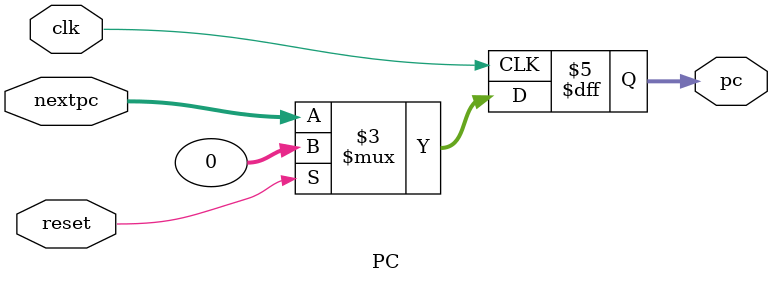
<source format=sv>
module PC (
  input wire clk,
  input wire reset,
  input logic [31:0] nextpc,
  output logic [31:0] pc
);
  always_ff @(posedge clk) begin
    if (reset) begin 
      pc <= 32'd0;
    end
    else begin 
      pc <= nextpc;
    end
  end
endmodule

</source>
